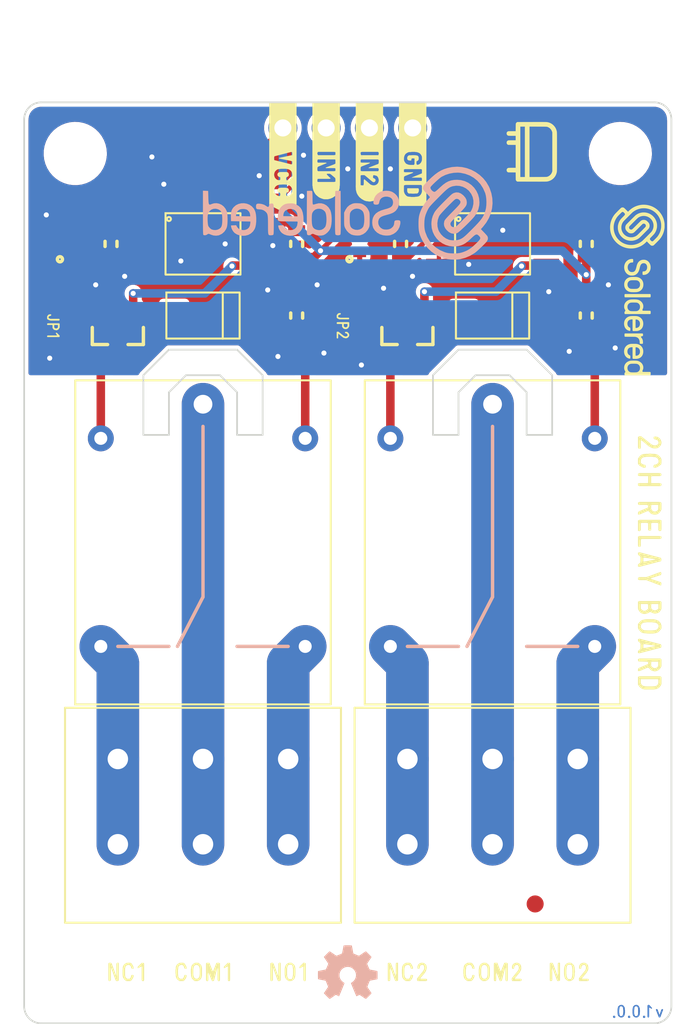
<source format=kicad_pcb>
(kicad_pcb (version 20210126) (generator pcbnew)
  (layers (0 "F.Cu" signal) (31 "B.Cu" signal) (34 "B.Paste" user) (35 "F.Paste" user) (36 "B.SilkS" user "B.Silkscreen") (37 "F.SilkS" user "F.Silkscreen") (38 "B.Mask" user) (39 "F.Mask" user) (44 "Edge.Cuts" user))
  (net 0 "")
  (net 1 "Net-(D1-Pad2)")
  (net 2 "VCC")
  (net 3 "Net-(D2-Pad2)")
  (net 4 "Net-(D2-Pad1)")
  (net 5 "Net-(D3-Pad2)")
  (net 6 "Net-(D4-Pad2)")
  (net 7 "Net-(D4-Pad1)")
  (net 8 "NC1")
  (net 9 "COM1")
  (net 10 "NO1")
  (net 11 "GND")
  (net 12 "IN2")
  (net 13 "IN1")
  (net 14 "NC2")
  (net 15 "COM2")
  (net 16 "NO2")
  (net 17 "Net-(Q1-Pad1)")
  (net 18 "Net-(Q2-Pad1)")
  (net 19 "Net-(R1-Pad1)")
  (net 20 "Net-(R3-Pad1)")
  (net 21 "Net-(R5-Pad1)")
  (net 22 "Net-(R7-Pad1)")
  (net 23 "Net-(R2-Pad1)")
  (net 24 "Net-(R6-Pad1)")
  (footprint "e-radionica.com footprinti:SMD-JUMPER-CONNECTED_TRACE_NOSLODERMASK" (layer "F.Cu") (at 82.7 109.1 -90)
    (fp_text reference "JP1")
    (fp_text value "SMD-JUMPER-CONNECTED_TRACE_NOSLODERMASK")
    (fp_poly (pts (xy 0.1 0.1) (xy -0.1 0.1) (xy -0.1 -0.1) (xy 0.1 -0.1)) (layer "F.Cu") (width 0.1) (fill solid))
    (pad "1" smd rect (at -0.35 0 270) (size 0.5 1) (layers "F.Cu") (net 23 "Net-(R2-Pad1)"))
    (pad "2" smd rect (at 0.35 0 270) (size 0.5 1) (layers "F.Cu") (net 4 "Net-(D2-Pad1)"))
  )
  (footprint "buzzardLabel" (layer "F.Cu") (at 81.7 109.1 -90)
    (fp_text reference "" (at 0 0 90) (layer "F.SilkS") (effects (font (size 1.27 1.27))))
    (fp_text value "" (at 0 0 90) (layer "F.SilkS") (effects (font (size 1.27 1.27))))
  )
  (footprint "buzzardLabel" (layer "F.Cu") (at 102.81 95.6 -90)
    (fp_text reference "" (at 0 0 90) (layer "F.SilkS") (effects (font (size 1.27 1.27))))
    (fp_text value "" (at 0 0 90) (layer "F.SilkS") (effects (font (size 1.27 1.27))))
  )
  (footprint "e-radionica.com footprinti:SOT-23-3" (layer "F.Cu") (at 102.5 109.5 -90)
    (fp_text reference "Q2")
    (fp_text value "NPN-SOT-23-3")
    (pad "1" smd rect (at -1.2 -0.95) (size 0.6 1) (layers "F.Cu" "F.Paste" "F.Mask") (net 18 "Net-(Q2-Pad1)"))
    (pad "2" smd rect (at -1.2 0.95) (size 0.6 1) (layers "F.Cu" "F.Paste" "F.Mask") (net 11 "GND"))
    (pad "3" smd rect (at 1.2 0) (size 0.6 1) (layers "F.Cu" "F.Paste" "F.Mask") (net 7 "Net-(D4-Pad1)"))
  )
  (footprint "e-radionica.com footprinti:FIDUCIAL_1MM_PASTE" (layer "F.Cu") (at 89 98)
    (fp_text reference "FD1")
    (fp_text value "Fiducial_Stencil")
    (pad "1" smd circle (at 0 0) (size 1 1) (property pad_prop_fiducial_glob) (layers "F.Cu" "F.Paste" "F.Mask"))
  )
  (footprint "Soldered Graphics:Logo-Front-SolderedFULL-10mm" (layer "F.Cu") (at 116 107 -90)
    (fp_text reference "G***" hide)
    (fp_text value "LOGO" hide)
  )
  (footprint "buzzardLabel" (layer "F.Cu") (at 95.19 95.6 -90)
    (fp_text reference "" (at 0 0 90) (layer "F.SilkS") (effects (font (size 1.27 1.27))))
    (fp_text value "" (at 0 0 90) (layer "F.SilkS") (effects (font (size 1.27 1.27))))
  )
  (footprint "e-radionica.com footprinti:HOLE_3.2mm" (layer "F.Cu") (at 115 147)
    (fp_text reference "H2" hide)
    (fp_text value "HOLE_3.2mm" hide)
    (pad "" np_thru_hole circle (at 0 0) (size 3.2 3.2) (drill 3.2) (layers F&B.Cu *.Mask))
  )
  (footprint "buzzardLabel" (layer "F.Cu") (at 97.73 95.6 -90)
    (fp_text reference "" (at 0 0 90) (layer "F.SilkS") (effects (font (size 1.27 1.27))))
    (fp_text value "" (at 0 0 90) (layer "F.SilkS") (effects (font (size 1.27 1.27))))
  )
  (footprint "e-radionica.com footprinti:HOLE_3.2mm" (layer "F.Cu") (at 83 99)
    (fp_text reference "H4" hide)
    (fp_text value "HOLE_3.2mm" hide)
    (pad "" np_thru_hole circle (at 0 0) (size 3.2 3.2) (drill 3.2) (layers F&B.Cu *.Mask))
  )
  (footprint "e-radionica.com footprinti:0402R" (layer "F.Cu") (at 82.7 106.7 90)
    (fp_text reference "R2")
    (fp_text value "1k")
    (pad "1" smd rect (at -0.5 0 180) (size 0.64 0.54) (layers "F.Cu" "F.Paste" "F.Mask") (net 23 "Net-(R2-Pad1)"))
    (pad "2" smd rect (at 0.5 0 180) (size 0.64 0.54) (layers "F.Cu" "F.Paste" "F.Mask") (net 1 "Net-(D1-Pad2)"))
  )
  (footprint "e-radionica.com footprinti:PC357_OPTO" (layer "F.Cu") (at 90.5 104.3)
    (fp_text reference "U1")
    (fp_text value "PC357_OPTO")
    (pad "1" smd rect (at -3.15 -1.27) (size 1.5 0.8) (layers "F.Cu" "F.Paste" "F.Mask") (net 19 "Net-(R1-Pad1)"))
    (pad "2" smd rect (at -3.15 1.27) (size 1.5 0.8) (layers "F.Cu" "F.Paste" "F.Mask") (net 11 "GND"))
    (pad "3" smd rect (at 3.15 1.27) (size 1.5 0.8) (layers "F.Cu" "F.Paste" "F.Mask") (net 17 "Net-(Q1-Pad1)"))
    (pad "4" smd rect (at 3.15 -1.27) (size 1.5 0.8) (layers "F.Cu" "F.Paste" "F.Mask") (net 20 "Net-(R3-Pad1)"))
  )
  (footprint "e-radionica.com footprinti:HEADER_MALE_4X1" (layer "F.Cu") (at 99 97.5)
    (fp_text reference "K3")
    (fp_text value "HEADER_MALE_4X1")
    (pad "1" thru_hole circle (at -3.81 0) (size 1.7 1.7) (drill 1) (layers *.Cu *.Mask) (net 2 "VCC"))
    (pad "2" thru_hole circle (at -1.27 0) (size 1.7 1.7) (drill 1) (layers *.Cu *.Mask) (net 13 "IN1"))
    (pad "3" thru_hole circle (at 1.27 0) (size 1.7 1.7) (drill 1) (layers *.Cu *.Mask) (net 12 "IN2"))
    (pad "4" thru_hole circle (at 3.81 0) (size 1.7 1.7) (drill 1) (layers *.Cu *.Mask) (net 11 "GND"))
  )
  (footprint "e-radionica.com footprinti:0603R" (layer "F.Cu") (at 96 108.5 90)
    (fp_text reference "R4")
    (fp_text value "10R")
    (pad "1" smd rect (at -0.775 0 180) (size 1 0.64) (layers "F.Cu" "F.Paste" "F.Mask") (net 3 "Net-(D2-Pad2)"))
    (pad "2" smd rect (at 0.775 0 180) (size 1 0.64) (layers "F.Cu" "F.Paste" "F.Mask") (net 2 "VCC"))
  )
  (footprint "e-radionica.com footprinti:0603R" (layer "F.Cu") (at 96 104.3 -90)
    (fp_text reference "R3")
    (fp_text value "330R")
    (pad "1" smd rect (at -0.775 0) (size 1 0.64) (layers "F.Cu" "F.Paste" "F.Mask") (net 20 "Net-(R3-Pad1)"))
    (pad "2" smd rect (at 0.775 0) (size 1 0.64) (layers "F.Cu" "F.Paste" "F.Mask") (net 2 "VCC"))
  )
  (footprint "buzzardLabel" (layer "F.Cu") (at 90.5 147)
    (fp_text reference "" (at 0 0) (layer "F.SilkS") (effects (font (size 1.27 1.27))))
    (fp_text value "" (at 0 0) (layer "F.SilkS") (effects (font (size 1.27 1.27))))
  )
  (footprint "e-radionica.com footprinti:0402LED" (layer "F.Cu") (at 82.7 104.3 -90)
    (fp_text reference "D1")
    (fp_text value "purple")
    (pad "1" smd rect (at -0.55 0) (size 0.75 0.45) (layers "F.Cu" "F.Paste" "F.Mask") (net 2 "VCC"))
    (pad "2" smd rect (at 0.55 0) (size 0.75 0.45) (layers "F.Cu" "F.Paste" "F.Mask") (net 1 "Net-(D1-Pad2)"))
  )
  (footprint "buzzardLabel" (layer "F.Cu") (at 107.5 147)
    (fp_text reference "" (at 0 0) (layer "F.SilkS") (effects (font (size 1.27 1.27))))
    (fp_text value "" (at 0 0) (layer "F.SilkS") (effects (font (size 1.27 1.27))))
  )
  (footprint "buzzardLabel" (layer "F.Cu") (at 102.5 147)
    (fp_text reference "" (at 0 0) (layer "F.SilkS") (effects (font (size 1.27 1.27))))
    (fp_text value "" (at 0 0) (layer "F.SilkS") (effects (font (size 1.27 1.27))))
  )
  (footprint "e-radionica.com footprinti:SRD_RELAY_5V" (layer "F.Cu") (at 90.5 121.8 90)
    (fp_text reference "K1")
    (fp_text value "SRD_RELAY_5V")
    (pad "1" thru_hole circle (at 6.1 6 90) (size 1.524 1.524) (drill 0.762) (layers *.Cu *.Mask) (net 3 "Net-(D2-Pad2)"))
    (pad "2" thru_hole circle (at 6.1 -6 90) (size 1.524 1.524) (drill 0.762) (layers *.Cu *.Mask) (net 4 "Net-(D2-Pad1)"))
    (pad "3" thru_hole circle (at -6.1 6 90) (size 1.524 1.524) (drill 0.762) (layers *.Cu *.Mask) (net 10 "NO1"))
    (pad "4" thru_hole circle (at 8.1 0 90) (size 1.524 1.524) (drill 1.1) (layers *.Cu *.Mask) (net 9 "COM1"))
    (pad "5" thru_hole circle (at -6.1 -6 90) (size 1.524 1.524) (drill 0.762) (layers *.Cu *.Mask) (net 8 "NC1"))
  )
  (footprint "Soldered Graphics:Logo-Back-OSH-3.5mm" (layer "F.Cu") (at 99 147)
    (fp_text reference "G***" hide)
    (fp_text value "LOGO" hide)
  )
  (footprint "buzzardLabel" (layer "F.Cu") (at 116.7 123 -90)
    (fp_text reference "" (at 0 0 90) (layer "F.SilkS") (effects (font (size 1.27 1.27))))
    (fp_text value "" (at 0 0 90) (layer "F.SilkS") (effects (font (size 1.27 1.27))))
  )
  (footprint "e-radionica.com footprinti:0603R" (layer "F.Cu") (at 113 108.5 90)
    (fp_text reference "R8")
    (fp_text value "10R")
    (pad "1" smd rect (at -0.775 0 180) (size 1 0.64) (layers "F.Cu" "F.Paste" "F.Mask") (net 6 "Net-(D4-Pad2)"))
    (pad "2" smd rect (at 0.775 0 180) (size 1 0.64) (layers "F.Cu" "F.Paste" "F.Mask") (net 2 "VCC"))
  )
  (footprint "e-radionica.com footprinti:0603R" (layer "F.Cu") (at 85.1 104.3 90)
    (fp_text reference "R1")
    (fp_text value "100R")
    (pad "1" smd rect (at -0.775 0 180) (size 1 0.64) (layers "F.Cu" "F.Paste" "F.Mask") (net 19 "Net-(R1-Pad1)"))
    (pad "2" smd rect (at 0.775 0 180) (size 1 0.64) (layers "F.Cu" "F.Paste" "F.Mask") (net 13 "IN1"))
  )
  (footprint "buzzardLabel" (layer "F.Cu") (at 100.27 95.6 -90)
    (fp_text reference "" (at 0 0 90) (layer "F.SilkS") (effects (font (size 1.27 1.27))))
    (fp_text value "" (at 0 0 90) (layer "F.SilkS") (effects (font (size 1.27 1.27))))
  )
  (footprint "e-radionica.com footprinti:FIDUCIAL_1MM_PASTE" (layer "F.Cu") (at 110 143)
    (fp_text reference "FD2")
    (fp_text value "Fiducial_Stencil")
    (pad "1" smd circle (at 0 0) (size 1 1) (property pad_prop_fiducial_glob) (layers "F.Cu" "F.Paste" "F.Mask"))
  )
  (footprint "e-radionica.com footprinti:M4_DIODA" (layer "F.Cu") (at 107.5 108.5)
    (fp_text reference "D4")
    (fp_text value "M4_DIODA")
    (pad "1" smd rect (at -1.69 0) (size 1.27 1.47) (layers "F.Cu" "F.Paste" "F.Mask") (net 7 "Net-(D4-Pad1)"))
    (pad "2" smd rect (at 1.69 0) (size 1.27 1.47) (layers "F.Cu" "F.Paste" "F.Mask") (net 6 "Net-(D4-Pad2)"))
  )
  (footprint "e-radionica.com footprinti:0603R" (layer "F.Cu") (at 102.1 104.3 90)
    (fp_text reference "R5")
    (fp_text value "100R")
    (pad "1" smd rect (at -0.775 0 180) (size 1 0.64) (layers "F.Cu" "F.Paste" "F.Mask") (net 21 "Net-(R5-Pad1)"))
    (pad "2" smd rect (at 0.775 0 180) (size 1 0.64) (layers "F.Cu" "F.Paste" "F.Mask") (net 12 "IN2"))
  )
  (footprint "e-radionica.com footprinti:0603R" (layer "F.Cu") (at 113 104.3 -90)
    (fp_text reference "R7")
    (fp_text value "330R")
    (pad "1" smd rect (at -0.775 0) (size 1 0.64) (layers "F.Cu" "F.Paste" "F.Mask") (net 22 "Net-(R7-Pad1)"))
    (pad "2" smd rect (at 0.775 0) (size 1 0.64) (layers "F.Cu" "F.Paste" "F.Mask") (net 2 "VCC"))
  )
  (footprint "e-radionica.com footprinti:0402LED" (layer "F.Cu") (at 99.7 104.3 -90)
    (fp_text reference "D3")
    (fp_text value "purple")
    (pad "1" smd rect (at -0.55 0) (size 0.75 0.45) (layers "F.Cu" "F.Paste" "F.Mask") (net 2 "VCC"))
    (pad "2" smd rect (at 0.55 0) (size 0.75 0.45) (layers "F.Cu" "F.Paste" "F.Mask") (net 5 "Net-(D3-Pad2)"))
  )
  (footprint "buzzardLabel" (layer "F.Cu") (at 95.5 147)
    (fp_text reference "" (at 0 0) (layer "F.SilkS") (effects (font (size 1.27 1.27))))
    (fp_text value "" (at 0 0) (layer "F.SilkS") (effects (font (size 1.27 1.27))))
  )
  (footprint "e-radionica.com footprinti:HOLE_3.2mm" (layer "F.Cu") (at 115 99)
    (fp_text reference "H3" hide)
    (fp_text value "HOLE_3.2mm" hide)
    (pad "" np_thru_hole circle (at 0 0) (size 3.2 3.2) (drill 3.2) (layers F&B.Cu *.Mask))
  )
  (footprint "buzzardLabel" (layer "F.Cu") (at 86 147)
    (fp_text reference "" (at 0 0) (layer "F.SilkS") (effects (font (size 1.27 1.27))))
    (fp_text value "" (at 0 0) (layer "F.SilkS") (effects (font (size 1.27 1.27))))
  )
  (footprint "Soldered Graphics:Logo-Back-SolderedFULL-17mm" (layer "F.Cu") (at 99 102.5)
    (fp_text reference "REF**" hide)
    (fp_text value "Logo-Front-SolderedFULL-17mm" hide)
  )
  (footprint "e-radionica.com footprinti:SOT-23-3" (layer "F.Cu") (at 85.5 109.5 -90)
    (fp_text reference "Q1")
    (fp_text value "NPN-SOT-23-3")
    (pad "1" smd rect (at -1.2 -0.95) (size 0.6 1) (layers "F.Cu" "F.Paste" "F.Mask") (net 17 "Net-(Q1-Pad1)"))
    (pad "2" smd rect (at -1.2 0.95) (size 0.6 1) (layers "F.Cu" "F.Paste" "F.Mask") (net 11 "GND"))
    (pad "3" smd rect (at 1.2 0) (size 0.6 1) (layers "F.Cu" "F.Paste" "F.Mask") (net 4 "Net-(D2-Pad1)"))
  )
  (footprint "Soldered Graphics:Symbol-Front-Relay" (layer "F.Cu") (at 109.8 98.9 -90)
    (fp_text reference "G***" hide)
    (fp_text value "LOGO" hide)
  )
  (footprint "e-radionica.com footprinti:SMD-JUMPER-CONNECTED_TRACE_NOSLODERMASK" (layer "F.Cu") (at 99.7 109.1 -90)
    (fp_text reference "JP2")
    (fp_text value "SMD-JUMPER-CONNECTED_TRACE_NOSLODERMASK")
    (fp_poly (pts (xy 0.1 0.1) (xy -0.1 0.1) (xy -0.1 -0.1) (xy 0.1 -0.1)) (layer "F.Cu") (width 0.1) (fill solid))
    (pad "1" smd rect (at -0.35 0 270) (size 0.5 1) (layers "F.Cu") (net 24 "Net-(R6-Pad1)"))
    (pad "2" smd rect (at 0.35 0 270) (size 0.5 1) (layers "F.Cu") (net 7 "Net-(D4-Pad1)"))
  )
  (footprint "e-radionica.com footprinti:PC357_OPTO" (layer "F.Cu") (at 107.5 104.3)
    (fp_text reference "U2")
    (fp_text value "PC357_OPTO")
    (pad "1" smd rect (at -3.15 -1.27) (size 1.5 0.8) (layers "F.Cu" "F.Paste" "F.Mask") (net 21 "Net-(R5-Pad1)"))
    (pad "2" smd rect (at -3.15 1.27) (size 1.5 0.8) (layers "F.Cu" "F.Paste" "F.Mask") (net 11 "GND"))
    (pad "3" smd rect (at 3.15 1.27) (size 1.5 0.8) (layers "F.Cu" "F.Paste" "F.Mask") (net 18 "Net-(Q2-Pad1)"))
    (pad "4" smd rect (at 3.15 -1.27) (size 1.5 0.8) (layers "F.Cu" "F.Paste" "F.Mask") (net 22 "Net-(R7-Pad1)"))
  )
  (footprint "buzzardLabel" (layer "F.Cu") (at 112 147)
    (fp_text reference "" (at 0 0) (layer "F.SilkS") (effects (font (size 1.27 1.27))))
    (fp_text value "" (at 0 0) (layer "F.SilkS") (effects (font (size 1.27 1.27))))
  )
  (footprint "buzzardLabel" (layer "F.Cu") (at 98.7 109.1 -90)
    (fp_text reference "" (at 0 0 90) (layer "F.SilkS") (effects (font (size 1.27 1.27))))
    (fp_text value "" (at 0 0 90) (layer "F.SilkS") (effects (font (size 1.27 1.27))))
  )
  (footprint "e-radionica.com footprinti:M4_DIODA" (layer "F.Cu") (at 90.5 108.5)
    (fp_text reference "D2")
    (fp_text value "M4_DIODA")
    (pad "1" smd rect (at -1.69 0) (size 1.27 1.47) (layers "F.Cu" "F.Paste" "F.Mask") (net 4 "Net-(D2-Pad1)"))
    (pad "2" smd rect (at 1.69 0) (size 1.27 1.47) (layers "F.Cu" "F.Paste" "F.Mask") (net 3 "Net-(D2-Pad2)"))
  )
  (footprint "e-radionica.com footprinti:HOLE_3.2mm" (layer "F.Cu") (at 83 147)
    (fp_text reference "H1" hide)
    (fp_text value "HOLE_3.2mm" hide)
    (pad "" np_thru_hole circle (at 0 0) (size 3.2 3.2) (drill 3.2) (layers F&B.Cu *.Mask))
  )
  (footprint "e-radionica.com footprinti:SRD_RELAY_5V" (layer "F.Cu") (at 107.5 121.8 90)
    (fp_text reference "K4")
    (fp_text value "SRD_RELAY_5V")
    (pad "1" thru_hole circle (at 6.1 6 90) (size 1.524 1.524) (drill 0.762) (layers *.Cu *.Mask) (net 6 "Net-(D4-Pad2)"))
    (pad "2" thru_hole circle (at 6.1 -6 90) (size 1.524 1.524) (drill 0.762) (layers *.Cu *.Mask) (net 7 "Net-(D4-Pad1)"))
    (pad "3" thru_hole circle (at -6.1 6 90) (size 1.524 1.524) (drill 0.762) (layers *.Cu *.Mask) (net 16 "NO2"))
    (pad "4" thru_hole circle (at 8.1 0 90) (size 1.524 1.524) (drill 1.1) (layers *.Cu *.Mask) (net 15 "COM2"))
    (pad "5" thru_hole circle (at -6.1 -6 90) (size 1.524 1.524) (drill 0.762) (layers *.Cu *.Mask) (net 14 "NC2"))
  )
  (footprint "e-radionica.com footprinti:0402R" (layer "F.Cu") (at 99.7 106.7 90)
    (fp_text reference "R6")
    (fp_text value "1k")
    (pad "1" smd rect (at -0.5 0 180) (size 0.64 0.54) (layers "F.Cu" "F.Paste" "F.Mask") (net 24 "Net-(R6-Pad1)"))
    (pad "2" smd rect (at 0.5 0 180) (size 0.64 0.54) (layers "F.Cu" "F.Paste" "F.Mask") (net 5 "Net-(D3-Pad2)"))
  )
  (footprint "e-radionica.com footprinti:TERMINAL_KF235-5.0-3P" (layer "F.Cu") (at 107.5 137)
    (fp_text reference "K5")
    (fp_text value "TERMINAL_KF235-5.0-3P")
    (pad "1" thru_hole circle (at 5 -2.5) (size 1.8 1.8) (drill 1.2) (layers *.Cu *.Mask) (net 16 "NO2"))
    (pad "1" thru_hole circle (at 5 2.5) (size 1.8 1.8) (drill 1.2) (layers *.Cu *.Mask) (net 16 "NO2"))
    (pad "2" thru_hole circle (at 0 -2.5) (size 1.8 1.8) (drill 1.2) (layers *.Cu *.Mask) (net 15 "COM2"))
    (pad "2" thru_hole circle (at 0 2.5) (size 1.8 1.8) (drill 1.2) (layers *.Cu *.Mask) (net 15 "COM2"))
    (pad "3" thru_hole circle (at -5 -2.5) (size 1.8 1.8) (drill 1.2) (layers *.Cu *.Mask) (net 14 "NC2"))
    (pad "3" thru_hole circle (at -5 2.5) (size 1.8 1.8) (drill 1.2) (layers *.Cu *.Mask) (net 14 "NC2"))
  )
  (footprint "e-radionica.com footprinti:TERMINAL_KF235-5.0-3P" (layer "F.Cu") (at 90.5 137)
    (fp_text reference "K2")
    (fp_text value "TERMINAL_KF235-5.0-3P")
    (pad "1" thru_hole circle (at 5 -2.5) (size 1.8 1.8) (drill 1.2) (layers *.Cu *.Mask) (net 10 "NO1"))
    (pad "1" thru_hole circle (at 5 2.5) (size 1.8 1.8) (drill 1.2) (layers *.Cu *.Mask) (net 10 "NO1"))
    (pad "2" thru_hole circle (at 0 2.5) (size 1.8 1.8) (drill 1.2) (layers *.Cu *.Mask) (net 9 "COM1"))
    (pad "2" thru_hole circle (at 0 -2.5) (size 1.8 1.8) (drill 1.2) (layers *.Cu *.Mask) (net 9 "COM1"))
    (pad "3" thru_hole circle (at -5 -2.5) (size 1.8 1.8) (drill 1.2) (layers *.Cu *.Mask) (net 8 "NC1"))
    (pad "3" thru_hole circle (at -5 2.5) (size 1.8 1.8) (drill 1.2) (layers *.Cu *.Mask) (net 8 "NC1"))
  )
  (footprint "Soldered Graphics:Version1.0.0." (layer "B.Cu") (at 116 149.3 180)
    (fp_text reference "" (at 0 0) (layer "B.SilkS") (effects (font (size 1.27 1.27)) (justify mirror)))
    (fp_text value "" (at 0 0) (layer "B.SilkS") (effects (font (size 1.27 1.27)) (justify mirror)))
    (fp_poly (pts (xy -0.44 -0.38) (xy -0.39 -0.38) (xy -0.34 -0.37) (xy -0.34 -0.33) (xy -0.34 -0.27) (xy -0.38 -0.26) (xy -0.43 -0.26) (xy -0.46 -0.29) (xy -0.46 -0.34) (xy -0.44 -0.38)) (layer "B.Cu") (width 0.01) (fill solid))
    (fp_poly (pts (xy 0.06 -0.35) (xy 0.11 -0.35) (xy 0.17 -0.33) (xy 0.13 -0.28) (xy 0.03 -0.28) (xy -0.01 -0.25) (xy -0.03 -0.2) (xy -0.05 -0.15) (xy -0.05 -0.11) (xy -0.05 0.01) (xy -0.05 0.13) (xy -0.05 0.17) (xy -0.03 0.22) (xy -0.01 0.27) (xy 0.02 0.3) (xy 0.13 0.3) (xy 0.16 0.26) (xy 0.18 0.21) (xy 0.18 0.15) (xy 0.19 0.05) (xy 0.19 -0.08) (xy 0.19 -0.12) (xy 0.18 -0.17) (xy 0.16 -0.22) (xy 0.14 -0.27) (xy 0.14 -0.28) (xy 0.17 -0.32) (xy 0.21 -0.29) (xy 0.24 -0.26) (xy 0.26 -0.22) (xy 0.27 -0.16) (xy 0.28 -0.11) (xy 0.28 -0.06) (xy 0.28 0.06) (xy 0.28 0.12) (xy 0.27 0.17) (xy 0.26 0.22) (xy 0.25 0.27) (xy 0.22 0.3) (xy 0.19 0.34) (xy 0.13 0.37) (xy 0.08 0.38) (xy 0.02 0.38) (xy -0.03 0.35) (xy -0.08 0.31) (xy -0.1 0.28) (xy -0.12 0.23) (xy -0.14 0.18) (xy -0.14 0.13) (xy -0.15 0.08) (xy -0.15 -0.04) (xy -0.14 -0.1) (xy -0.14 -0.14) (xy -0.13 -0.2) (xy -0.11 -0.25) (xy -0.08 -0.28) (xy -0.05 -0.32) (xy 0.01 -0.35) (xy 0.06 -0.35)) (layer "B.Cu") (width 0.01) (fill solid))
    (fp_poly (pts (xy 0.43 -0.38) (xy 0.48 -0.38) (xy 0.54 -0.37) (xy 0.54 -0.33) (xy 0.54 -0.27) (xy 0.5 -0.26) (xy 0.45 -0.26) (xy 0.42 -0.29) (xy 0.42 -0.34) (xy 0.43 -0.38)) (layer "B.Cu") (width 0.01) (fill solid))
    (fp_poly (pts (xy -0.67 -0.35) (xy -0.62 -0.35) (xy -0.6 -0.31) (xy -0.6 0.35) (xy -0.64 0.38) (xy -0.69 0.38) (xy -0.73 0.34) (xy -0.84 0.22) (xy -0.86 0.17) (xy -0.83 0.16) (xy -0.73 0.22) (xy -0.69 0.23) (xy -0.69 -0.31) (xy -0.67 -0.35)) (layer "B.Cu") (width 0.01) (fill solid))
    (fp_poly (pts (xy 1.31 -0.38) (xy 1.36 -0.38) (xy 1.41 -0.37) (xy 1.42 -0.33) (xy 1.42 -0.27) (xy 1.38 -0.26) (xy 1.33 -0.26) (xy 1.3 -0.29) (xy 1.3 -0.34) (xy 1.31 -0.38)) (layer "B.Cu") (width 0.01) (fill solid))
    (fp_poly (pts (xy -1.33 -0.35) (xy -1.27 -0.35) (xy -1.25 -0.31) (xy -1.09 0.1) (xy -1.11 0.13) (xy -1.16 0.13) (xy -1.19 0.1) (xy -1.28 -0.16) (xy -1.3 -0.21) (xy -1.32 -0.17) (xy -1.41 0.09) (xy -1.44 0.13) (xy -1.49 0.13) (xy -1.51 0.1) (xy -1.36 -0.31) (xy -1.33 -0.35)) (layer "B.Cu") (width 0.01) (fill solid))
    (fp_poly (pts (xy 0.93 -0.35) (xy 0.99 -0.35) (xy 1.04 -0.33) (xy 1.01 -0.28) (xy 0.91 -0.28) (xy 0.87 -0.25) (xy 0.85 -0.2) (xy 0.83 -0.15) (xy 0.83 -0.11) (xy 0.82 0.01) (xy 0.83 0.13) (xy 0.83 0.17) (xy 0.84 0.22) (xy 0.87 0.27) (xy 0.9 0.3) (xy 1.01 0.3) (xy 1.04 0.26) (xy 1.05 0.21) (xy 1.06 0.15) (xy 1.07 0.05) (xy 1.07 -0.08) (xy 1.06 -0.12) (xy 1.06 -0.17) (xy 1.04 -0.22) (xy 1.02 -0.27) (xy 1.01 -0.28) (xy 1.05 -0.32) (xy 1.09 -0.29) (xy 1.12 -0.26) (xy 1.14 -0.22) (xy 1.15 -0.16) (xy 1.16 -0.11) (xy 1.16 -0.06) (xy 1.16 0.06) (xy 1.16 0.12) (xy 1.15 0.17) (xy 1.14 0.22) (xy 1.13 0.27) (xy 1.1 0.3) (xy 1.06 0.34) (xy 1.01 0.37) (xy 0.95 0.38) (xy 0.9 0.38) (xy 0.84 0.35) (xy 0.8 0.31) (xy 0.78 0.28) (xy 0.75 0.23) (xy 0.74 0.18) (xy 0.74 0.13) (xy 0.73 0.08) (xy 0.73 -0.04) (xy 0.73 -0.1) (xy 0.74 -0.14) (xy 0.75 -0.2) (xy 0.77 -0.25) (xy 0.79 -0.28) (xy 0.83 -0.32) (xy 0.89 -0.35) (xy 0.93 -0.35)) (layer "B.Cu") (width 0.01) (fill solid))
  )
  (gr_line (start 85.5 127.9) (end 88.5 127.9) (layer "B.SilkS") (width 0.2))
  (gr_line (start 107.5 115) (end 107.5 125) (layer "B.SilkS") (width 0.2))
  (gr_line (start 102.5 127.9) (end 105.5 127.9) (layer "B.SilkS") (width 0.2))
  (gr_line (start 107.5 125) (end 106 127.9) (layer "B.SilkS") (width 0.2))
  (gr_line (start 112.5 127.9) (end 109.5 127.9) (layer "B.SilkS") (width 0.2))
  (gr_line (start 90.5 125) (end 89 127.9) (layer "B.SilkS") (width 0.2))
  (gr_line (start 90.5 115) (end 90.5 125) (layer "B.SilkS") (width 0.2))
  (gr_line (start 95.5 127.9) (end 92.5 127.9) (layer "B.SilkS") (width 0.2))
  (gr_line (start 94 112) (end 94 115.5) (layer "Edge.Cuts") (width 0.1))
  (gr_line (start 117 96) (end 81 96) (layer "Edge.Cuts") (width 0.1))
  (gr_line (start 111 112) (end 111 115.5) (layer "Edge.Cuts") (width 0.1))
  (gr_line (start 106.5 112) (end 105.5 113) (layer "Edge.Cuts") (width 0.1))
  (gr_line (start 89.5 112) (end 88.5 113) (layer "Edge.Cuts") (width 0.1))
  (gr_line (start 105.5 115.5) (end 104 115.5) (layer "Edge.Cuts") (width 0.1))
  (gr_line (start 81 150) (end 117 150) (layer "Edge.Cuts") (width 0.1))
  (gr_line (start 105.5 110.5) (end 109.5 110.5) (layer "Edge.Cuts") (width 0.1))
  (gr_line (start 88.5 110.5) (end 92.5 110.5) (layer "Edge.Cuts") (width 0.1))
  (gr_line (start 109.5 113) (end 108.5 112) (layer "Edge.Cuts") (width 0.1))
  (gr_arc (start 117 97) (end 117 96) (angle 90) (layer "Edge.Cuts") (width 0.1))
  (gr_line (start 109.5 115.5) (end 109.5 113) (layer "Edge.Cuts") (width 0.1))
  (gr_line (start 104 112) (end 105.5 110.5) (layer "Edge.Cuts") (width 0.1))
  (gr_arc (start 117 149) (end 118 149) (angle 90) (layer "Edge.Cuts") (width 0.1))
  (gr_line (start 108.5 112) (end 106.5 112) (layer "Edge.Cuts") (width 0.1))
  (gr_line (start 109.5 110.5) (end 111 112) (layer "Edge.Cuts") (width 0.1))
  (gr_arc (start 81 149) (end 81 150) (angle 90) (layer "Edge.Cuts") (width 0.1))
  (gr_line (start 111 115.5) (end 109.5 115.5) (layer "Edge.Cuts") (width 0.1))
  (gr_arc (start 81 97) (end 80 97) (angle 90) (layer "Edge.Cuts") (width 0.1))
  (gr_line (start 105.5 113) (end 105.5 115.5) (layer "Edge.Cuts") (width 0.1))
  (gr_line (start 87 112) (end 88.5 110.5) (layer "Edge.Cuts") (width 0.1))
  (gr_line (start 92.5 115.5) (end 92.5 113) (layer "Edge.Cuts") (width 0.1))
  (gr_line (start 88.5 113) (end 88.5 115.5) (layer "Edge.Cuts") (width 0.1))
  (gr_line (start 94 115.5) (end 92.5 115.5) (layer "Edge.Cuts") (width 0.1))
  (gr_line (start 92.5 110.5) (end 94 112) (layer "Edge.Cuts") (width 0.1))
  (gr_line (start 80 97) (end 80 149) (layer "Edge.Cuts") (width 0.1))
  (gr_line (start 91.5 112) (end 89.5 112) (layer "Edge.Cuts") (width 0.1))
  (gr_line (start 118 149) (end 118 97) (layer "Edge.Cuts") (width 0.1))
  (gr_line (start 92.5 113) (end 91.5 112) (layer "Edge.Cuts") (width 0.1))
  (gr_line (start 87 115.5) (end 87 112) (layer "Edge.Cuts") (width 0.1))
  (gr_line (start 104 115.5) (end 104 112) (layer "Edge.Cuts") (width 0.1))
  (gr_line (start 88.5 115.5) (end 87 115.5) (layer "Edge.Cuts") (width 0.1))
  (segment (start 82.7 104.85) (end 82.7 106.2) (width 0.3) (layer "F.Cu") (net 1))
  (segment (start 98.35 103.75) (end 99.7 103.75) (width 0.3) (layer "F.Cu") (net 2))
  (segment (start 82.7 103.75) (end 82.7 103.5) (width 0.3) (layer "F.Cu") (net 2))
  (segment (start 96 107.725) (end 96 105.075) (width 0.5) (layer "F.Cu") (net 2))
  (segment (start 113 106.1) (end 113 107.725) (width 0.5) (layer "F.Cu") (net 2))
  (segment (start 97.4 104.7) (end 98.35 103.75) (width 0.3) (layer "F.Cu") (net 2))
  (segment (start 95.19 97.51) (end 95.19 97.5) (width 0.3) (layer "F.Cu") (net 2))
  (segment (start 97.4 104.7) (end 97.025 105.075) (width 0.5) (layer "F.Cu") (net 2))
  (segment (start 97.025 105.075) (end 96 105.075) (width 0.5) (layer "F.Cu") (net 2))
  (segment (start 92.6 100.1) (end 95.19 97.51) (width 0.3) (layer "F.Cu") (net 2))
  (segment (start 113 106.1) (end 113 105.075) (width 0.5) (layer "F.Cu") (net 2))
  (segment (start 82.7 103.5) (end 86.1 100.1) (width 0.3) (layer "F.Cu") (net 2))
  (segment (start 86.1 100.1) (end 92.6 100.1) (width 0.3) (layer "F.Cu") (net 2))
  (via (at 113 106.1) (size 0.5) (drill 0.3) (layers "F.Cu" "B.Cu") (net 2))
  (via (at 97.4 104.7) (size 0.5) (drill 0.3) (layers "F.Cu" "B.Cu") (net 2))
  (segment (start 111.6 104.7) (end 113 106.1) (width 0.5) (layer "B.Cu") (net 2))
  (segment (start 97.4 104.7) (end 111.6 104.7) (width 0.5) (layer "B.Cu") (net 2))
  (segment (start 95.19 102.49) (end 95.19 97.5) (width 0.5) (layer "B.Cu") (net 2))
  (segment (start 97.4 104.7) (end 95.19 102.49) (width 0.5) (layer "B.Cu") (net 2))
  (segment (start 94.4 109.3) (end 95.975 109.3) (width 0.5) (layer "F.Cu") (net 3))
  (segment (start 96.5 109.775) (end 96 109.275) (width 0.5) (layer "F.Cu") (net 3))
  (segment (start 95.975 109.3) (end 96 109.275) (width 0.5) (layer "F.Cu") (net 3))
  (segment (start 96.5 115.7) (end 96.5 109.775) (width 0.5) (layer "F.Cu") (net 3))
  (segment (start 93.6 108.5) (end 94.4 109.3) (width 0.5) (layer "F.Cu") (net 3))
  (segment (start 92.19 108.5) (end 93.6 108.5) (width 0.5) (layer "F.Cu") (net 3))
  (segment (start 83.7 110.7) (end 85.5 110.7) (width 0.3) (layer "F.Cu") (net 4))
  (segment (start 86.61 110.7) (end 88.81 108.5) (width 0.5) (layer "F.Cu") (net 4))
  (segment (start 84.5 111.7) (end 85.5 110.7) (width 0.5) (layer "F.Cu") (net 4))
  (segment (start 82.7 109.45) (end 82.7 109.7) (width 0.3) (layer "F.Cu") (net 4))
  (segment (start 84.5 115.7) (end 84.5 111.7) (width 0.5) (layer "F.Cu") (net 4))
  (segment (start 82.7 109.7) (end 83.7 110.7) (width 0.3) (layer "F.Cu") (net 4))
  (segment (start 85.5 110.7) (end 86.61 110.7) (width 0.5) (layer "F.Cu") (net 4))
  (segment (start 99.7 106.2) (end 99.7 104.85) (width 0.3) (layer "F.Cu") (net 5))
  (segment (start 109.19 108.5) (end 110.5 108.5) (width 0.5) (layer "F.Cu") (net 6))
  (segment (start 111.3 109.3) (end 112.975 109.3) (width 0.5) (layer "F.Cu") (net 6))
  (segment (start 110.5 108.5) (end 111.3 109.3) (width 0.5) (layer "F.Cu") (net 6))
  (segment (start 113.5 115.7) (end 113.5 109.775) (width 0.5) (layer "F.Cu") (net 6))
  (segment (start 113.5 109.775) (end 113 109.275) (width 0.5) (layer "F.Cu") (net 6))
  (segment (start 112.975 109.3) (end 113 109.275) (width 0.5) (layer "F.Cu") (net 6))
  (segment (start 101.5 111.7) (end 102.5 110.7) (width 0.5) (layer "F.Cu") (net 7))
  (segment (start 103.61 110.7) (end 105.81 108.5) (width 0.5) (layer "F.Cu") (net 7))
  (segment (start 101.5 115.7) (end 101.5 111.7) (width 0.5) (layer "F.Cu") (net 7))
  (segment (start 102.5 110.7) (end 103.61 110.7) (width 0.5) (layer "F.Cu") (net 7))
  (segment (start 99.7 109.7) (end 100.7 110.7) (width 0.3) (layer "F.Cu") (net 7))
  (segment (start 99.7 109.45) (end 99.7 109.7) (width 0.3) (layer "F.Cu") (net 7))
  (segment (start 100.7 110.7) (end 102.5 110.7) (width 0.3) (layer "F.Cu") (net 7))
  (segment (start 85.5 128.9) (end 84.5 127.9) (width 2.5) (layer "F.Cu") (net 8))
  (segment (start 85.5 139.5) (end 85.5 134.5) (width 2.5) (layer "F.Cu") (net 8))
  (segment (start 85.5 134.5) (end 85.5 128.9) (width 2.5) (layer "F.Cu") (net 8))
  (segment (start 85.5 134.5) (end 85.5 128.9) (width 2.5) (layer "B.Cu") (net 8))
  (segment (start 85.5 128.9) (end 84.5 127.9) (width 2.5) (layer "B.Cu") (net 8))
  (segment (start 85.5 139.5) (end 85.5 134.5) (width 2.5) (layer "B.Cu") (net 8))
  (segment (start 90.5 139.5) (end 90.5 134.5) (width 2.5) (layer "F.Cu") (net 9))
  (segment (start 90.5 134.5) (end 90.5 113.7) (width 2.5) (layer "F.Cu") (net 9))
  (segment (start 90.5 134.5) (end 90.5 139.5) (width 2.5) (layer "B.Cu") (net 9))
  (segment (start 90.5 113.7) (end 90.5 134.5) (width 2.5) (layer "B.Cu") (net 9))
  (segment (start 95.5 139.5) (end 95.5 134.5) (width 2.5) (layer "F.Cu") (net 10))
  (segment (start 95.5 128.9) (end 96.5 127.9) (width 2.5) (layer "F.Cu") (net 10))
  (segment (start 95.5 134.5) (end 95.5 128.9) (width 2.5) (layer "F.Cu") (net 10))
  (segment (start 95.5 139.5) (end 95.5 134.5) (width 2.5) (layer "B.Cu") (net 10))
  (segment (start 95.5 134.5) (end 95.5 128.9) (width 2.5) (layer "B.Cu") (net 10))
  (segment (start 95.5 128.9) (end 96.5 127.9) (width 2.5) (layer "B.Cu") (net 10))
  (via (at 114.7 110.4) (size 0.5) (drill 0.3) (layers "F.Cu" "B.Cu") (net 11))
  (via (at 101.1 106.9) (size 0.5) (drill 0.3) (layers "F.Cu" "B.Cu") (net 11))
  (via (at 81.3 102.6) (size 0.5) (drill 0.3) (layers "F.Cu" "B.Cu") (net 11))
  (via (at 112 110.6) (size 0.5) (drill 0.3) (layers "F.Cu" "B.Cu") (net 11))
  (via (at 97.6 110.7) (size 0.5) (drill 0.3) (layers "F.Cu" "B.Cu") (net 11))
  (via (at 94.3 107) (size 0.5) (drill 0.3) (layers "F.Cu" "B.Cu") (net 11))
  (via (at 110.8 107.1) (size 0.5) (drill 0.3) (layers "F.Cu" "B.Cu") (net 11))
  (via (at 84.2 106.7) (size 0.5) (drill 0.3) (layers "F.Cu" "B.Cu") (net 11))
  (via (at 93.8 100.3) (size 0.5) (drill 0.3) (layers "F.Cu" "B.Cu") (net 11))
  (via (at 114.3 106.7) (size 0.5) (drill 0.3) (layers "F.Cu" "B.Cu") (net 11))
  (via (at 88.2 100.8) (size 0.5) (drill 0.3) (layers "F.Cu" "B.Cu") (net 11))
  (via (at 91.8 104.3) (size 0.5) (drill 0.3) (layers "F.Cu" "B.Cu") (net 11))
  (via (at 108.1 103.5) (size 0.5) (drill 0.3) (layers "F.Cu" "B.Cu") (net 11))
  (via (at 97.2 106.7) (size 0.5) (drill 0.3) (layers "F.Cu" "B.Cu") (net 11))
  (via (at 102.8 106.2) (size 0.5) (drill 0.3) (layers "F.Cu" "B.Cu") (net 11))
  (via (at 87.5 99.2) (size 0.5) (drill 0.3) (layers "F.Cu" "B.Cu") (net 11))
  (via (at 89.2 105.3) (size 0.5) (drill 0.3) (layers "F.Cu" "B.Cu") (net 11))
  (via (at 85.9 106.2) (size 0.5) (drill 0.3) (layers "F.Cu" "B.Cu") (net 11))
  (via (at 99.8 111.4) (size 0.5) (drill 0.3) (layers "F.Cu" "B.Cu") (net 11))
  (via (at 101.5 99.9) (size 0.5) (drill 0.3) (layers "F.Cu" "B.Cu") (net 11))
  (via (at 99 99.9) (size 0.5) (drill 0.3) (layers "F.Cu" "B.Cu") (net 11))
  (via (at 106.1 105.5) (size 0.5) (drill 0.3) (layers "F.Cu" "B.Cu") (net 11))
  (via (at 96.4 99.1) (size 0.5) (drill 0.3) (layers "F.Cu" "B.Cu") (net 11))
  (via (at 94.9 110.9) (size 0.5) (drill 0.3) (layers "F.Cu" "B.Cu") (net 11))
  (via (at 94.6 104.4) (size 0.5) (drill 0.3) (layers "F.Cu" "B.Cu") (net 11))
  (via (at 81.5 111) (size 0.5) (drill 0.3) (layers "F.Cu" "B.Cu") (net 11))
  (via (at 96.3 101.5) (size 0.5) (drill 0.3) (layers "F.Cu" "B.Cu") (net 11))
  (segment (start 100.27 100.27) (end 100.27 97.5) (width 0.3) (layer "F.Cu") (net 12))
  (segment (start 102.1 102.1) (end 100.27 100.27) (width 0.3) (layer "F.Cu") (net 12))
  (segment (start 102.1 103.525) (end 102.1 102.1) (width 0.3) (layer "F.Cu") (net 12))
  (segment (start 97.73 98.87) (end 97.73 97.5) (width 0.3) (layer "F.Cu") (net 13))
  (segment (start 95.1 101.5) (end 97.73 98.87) (width 0.3) (layer "F.Cu") (net 13))
  (segment (start 85.1 103.525) (end 85.1 102.7) (width 0.3) (layer "F.Cu") (net 13))
  (segment (start 86.3 101.5) (end 95.1 101.5) (width 0.3) (layer "F.Cu") (net 13))
  (segment (start 85.1 102.7) (end 86.3 101.5) (width 0.3) (layer "F.Cu") (net 13))
  (segment (start 102.5 128.9) (end 101.5 127.9) (width 2.5) (layer "F.Cu") (net 14))
  (segment (start 102.5 139.5) (end 102.5 134.5) (width 2.5) (layer "F.Cu") (net 14))
  (segment (start 102.5 134.5) (end 102.5 128.9) (width 2.5) (layer "F.Cu") (net 14))
  (segment (start 102.5 134.5) (end 102.5 128.9) (width 2.5) (layer "B.Cu") (net 14))
  (segment (start 102.5 139.5) (end 102.5 134.5) (width 2.5) (layer "B.Cu") (net 14))
  (segment (start 102.5 128.9) (end 101.5 127.9) (width 2.5) (layer "B.Cu") (net 14))
  (segment (start 107.5 139.5) (end 107.5 134.5) (width 2.5) (layer "F.Cu") (net 15))
  (segment (start 107.5 134.5) (end 107.5 113.7) (width 2.5) (layer "F.Cu") (net 15))
  (segment (start 107.5 134.5) (end 107.5 113.7) (width 2.5) (layer "B.Cu") (net 15))
  (segment (start 107.5 139.5) (end 107.5 134.5) (width 2.5) (layer "B.Cu") (net 15))
  (segment (start 112.5 128.9) (end 113.5 127.9) (width 2.5) (layer "F.Cu") (net 16))
  (segment (start 112.5 134.5) (end 112.5 128.9) (width 2.5) (layer "F.Cu") (net 16))
  (segment (start 112.5 139.5) (end 112.5 134.5) (width 2.5) (layer "F.Cu") (net 16))
  (segment (start 112.5 128.9) (end 113.5 127.9) (width 2.5) (layer "B.Cu") (net 16))
  (segment (start 112.5 139.5) (end 112.5 128.9) (width 2.5) (layer "B.Cu") (net 16))
  (segment (start 86.4 107.2) (end 86.4 108.25) (width 0.5) (layer "F.Cu") (net 17))
  (segment (start 92.23 105.57) (end 92.2 105.6) (width 0.5) (layer "F.Cu") (net 17))
  (segment (start 93.65 105.57) (end 92.23 105.57) (width 0.5) (layer "F.Cu") (net 17))
  (segment (start 86.4 108.25) (end 86.45 108.3) (width 0.5) (layer "F.Cu") (net 17))
  (via (at 86.4 107.2) (size 0.5) (drill 0.3) (layers "F.Cu" "B.Cu") (net 17))
  (via (at 92.2 105.6) (size 0.5) (drill 0.3) (layers "F.Cu" "B.Cu") (net 17))
  (segment (start 92.2 105.6) (end 90.6 107.2) (width 0.5) (layer "B.Cu") (net 17))
  (segment (start 90.6 107.2) (end 86.4 107.2) (width 0.5) (layer "B.Cu") (net 17))
  (segment (start 110.65 105.57) (end 109.23 105.57) (width 0.5) (layer "F.Cu") (net 18))
  (segment (start 109.23 105.57) (end 109.2 105.6) (width 0.5) (layer "F.Cu") (net 18))
  (segment (start 103.5 107.1) (end 103.5 108.25) (width 0.5) (layer "F.Cu") (net 18))
  (segment (start 103.5 108.25) (end 103.45 108.3) (width 0.5) (layer "F.Cu") (net 18))
  (via (at 103.5 107.1) (size 0.5) (drill 0.3) (layers "F.Cu" "B.Cu") (net 18))
  (via (at 109.2 105.6) (size 0.5) (drill 0.3) (layers "F.Cu" "B.Cu") (net 18))
  (segment (start 109.2 105.6) (end 107.7 107.1) (width 0.5) (layer "B.Cu") (net 18))
  (segment (start 107.7 107.1) (end 103.5 107.1) (width 0.5) (layer "B.Cu") (net 18))
  (segment (start 85.725 105.075) (end 87.35 103.45) (width 0.3) (layer "F.Cu") (net 19))
  (segment (start 85.1 105.075) (end 85.725 105.075) (width 0.3) (layer "F.Cu") (net 19))
  (segment (start 87.35 103.45) (end 87.35 103.03) (width 0.3) (layer "F.Cu") (net 19))
  (segment (start 93.65 103.03) (end 95.505 103.03) (width 0.5) (layer "F.Cu") (net 20))
  (segment (start 95.505 103.03) (end 96 103.525) (width 0.5) (layer "F.Cu") (net 20))
  (segment (start 104.35 103.35) (end 104.35 103.03) (width 0.3) (layer "F.Cu") (net 21))
  (segment (start 102.1 105.075) (end 102.625 105.075) (width 0.3) (layer "F.Cu") (net 21))
  (segment (start 102.625 105.075) (end 104.35 103.35) (width 0.3) (layer "F.Cu") (net 21))
  (segment (start 110.65 103.03) (end 112.505 103.03) (width 0.5) (layer "F.Cu") (net 22))
  (segment (start 112.505 103.03) (end 113 103.525) (width 0.5) (layer "F.Cu") (net 22))
  (segment (start 82.7 107.2) (end 82.7 108.75) (width 0.3) (layer "F.Cu") (net 23))
  (segment (start 99.7 108.75) (end 99.7 107.2) (width 0.3) (layer "F.Cu") (net 24))
  (zone (net 11) (net_name "GND") (layers F&B.Cu) (connect_pads (clearance 0.254)) (min_thickness 0.254) (fill yes (thermal_gap 0.254) (thermal_bridge_width 0.254))
    (polygon (pts (xy 118 112) (xy 80 112) (xy 80 96) (xy 118 96)))
  )
)
</source>
